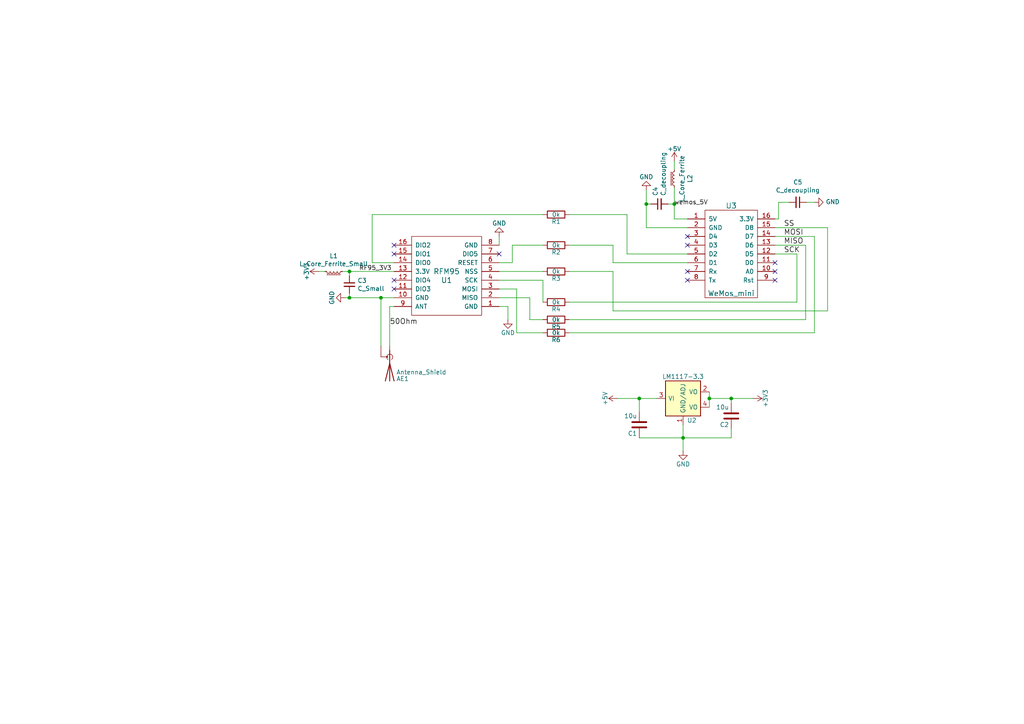
<source format=kicad_sch>
(kicad_sch (version 20230121) (generator eeschema)
  (paper "A4")
  (lib_symbols
    (symbol "lora_nodemcu-rescue:+3.3V-power" (power) (pin_names (offset 0))
      (property "Value" "+3.3V-power" (at 0 3.556 0))
      (symbol "+3.3V-power_0_1"
        (polyline (pts (xy -0.762 1.27) (xy 0 2.54)))
        (polyline (pts (xy 0 0) (xy 0 2.54)))
        (polyline (pts (xy 0 2.54) (xy 0.762 1.27)))
      )
      (symbol "+3.3V-power_1_1"
        (pin power_in line (at 0 0 90) (length 0) hide (name "+3V3") (number "1"))
      )
    )
    (symbol "lora_nodemcu-rescue:Antenna_Shield-device" (pin_numbers hide) (pin_names (offset 1.016) hide)
      (property "Reference" "AE" (at -1.905 4.445 0))
      (property "Value" "device:Antenna_Shield" (at -1.905 2.54 0))
      (symbol "Antenna_Shield-device_0_1"
        (arc (start -0.508 -1.143) (mid -0.8429 -2.1194) (end 0 -2.667))
        (arc (start 0 -2.667) (mid 0.7989 -2.1052) (end 0.508 -1.143))
        (polyline (pts (xy 0 -2.54) (xy 0 0)))
        (polyline (pts (xy 0 5.08) (xy 0 -3.81)) (stroke (width 0.254)))
        (polyline (pts (xy 0.762 -1.905) (xy 2.54 -1.905)))
        (polyline (pts (xy 2.54 -2.54) (xy 2.54 -1.905)))
        (polyline (pts (xy 1.27 5.08) (xy 0 0) (xy -1.27 5.08)) (stroke (width 0.254)))
        (circle (center 0.762 -1.905) (radius 0.1778) (fill (type outline)))
      )
      (symbol "Antenna_Shield-device_1_1"
        (pin input line (at 0 -5.08 90) (length 2.54) (name "A") (number "1"))
        (pin input line (at 2.54 -5.08 90) (length 2.54) (name "Shield") (number "2"))
      )
    )
    (symbol "lora_nodemcu-rescue:C-device" (pin_numbers hide) (pin_names (offset 0.254))
      (property "Reference" "C" (at 0.635 2.54 0))
      (property "Value" "device:C" (at 0.635 -2.54 0))
      (symbol "C-device_0_1"
        (polyline (pts (xy -2.032 -0.762) (xy 2.032 -0.762)) (stroke (width 0.508)))
        (polyline (pts (xy -2.032 0.762) (xy 2.032 0.762)) (stroke (width 0.508)))
      )
      (symbol "C-device_1_1"
        (pin passive line (at 0 3.81 270) (length 2.794) (name "~") (number "1"))
        (pin passive line (at 0 -3.81 90) (length 2.794) (name "~") (number "2"))
      )
    )
    (symbol "lora_nodemcu-rescue:C_Small-device" (pin_numbers hide) (pin_names (offset 0.254) hide)
      (property "Reference" "C" (at 0.254 1.778 0))
      (property "Value" "device:C_Small" (at 0.254 -2.032 0))
      (symbol "C_Small-device_0_1"
        (polyline (pts (xy -1.524 -0.508) (xy 1.524 -0.508)) (stroke (width 0.3302)))
        (polyline (pts (xy -1.524 0.508) (xy 1.524 0.508)) (stroke (width 0.3048)))
      )
      (symbol "C_Small-device_1_1"
        (pin passive line (at 0 2.54 270) (length 2.032) (name "~") (number "1"))
        (pin passive line (at 0 -2.54 90) (length 2.032) (name "~") (number "2"))
      )
    )
    (symbol "lora_nodemcu-rescue:LM1117-3.3-RESCUE-lora_nodemcu" (pin_names (offset 0.762))
      (property "Reference" "U" (at 2.54 -6.35 0))
      (property "Value" "LM1117-3.3-RESCUE-lora_nodemcu" (at 0 6.35 0))
      (symbol "LM1117-3.3-RESCUE-lora_nodemcu_0_1"
        (rectangle (start -5.08 -5.08) (end 5.08 5.08) (stroke (width 0.254)) (fill (type background)))
      )
      (symbol "LM1117-3.3-RESCUE-lora_nodemcu_1_1"
        (pin power_in line (at 0 -7.62 90) (length 2.54) (name "GND/ADJ") (number "1"))
        (pin power_out line (at 7.62 1.905 180) (length 2.54) (name "VO") (number "2"))
        (pin power_in line (at -7.62 0 0) (length 2.54) (name "VI") (number "3"))
        (pin power_out line (at 7.62 -2.54 180) (length 2.54) (name "VO") (number "4"))
      )
    )
    (symbol "lora_nodemcu-rescue:L_Core_Ferrite_Small-device" (pin_numbers hide) (pin_names (offset 0.254) hide)
      (property "Reference" "L" (at 1.27 1.016 0))
      (property "Value" "device:L_Core_Ferrite_Small" (at 1.27 -1.27 0))
      (symbol "L_Core_Ferrite_Small-device_0_1"
        (arc (start 0 -2.032) (mid 0.5058 -1.524) (end 0 -1.016))
        (arc (start 0 -1.016) (mid 0.5058 -0.508) (end 0 0))
        (polyline (pts (xy 0.762 -1.905) (xy 0.762 -1.651)))
        (polyline (pts (xy 0.762 -1.397) (xy 0.762 -1.143)))
        (polyline (pts (xy 0.762 -0.889) (xy 0.762 -0.635)))
        (polyline (pts (xy 0.762 -0.381) (xy 0.762 -0.127)))
        (polyline (pts (xy 0.762 0.127) (xy 0.762 0.381)))
        (polyline (pts (xy 0.762 0.635) (xy 0.762 0.889)))
        (polyline (pts (xy 0.762 1.143) (xy 0.762 1.397)))
        (polyline (pts (xy 0.762 1.651) (xy 0.762 1.905)))
        (polyline (pts (xy 1.016 -1.651) (xy 1.016 -1.905)))
        (polyline (pts (xy 1.016 -1.143) (xy 1.016 -1.397)))
        (polyline (pts (xy 1.016 -0.635) (xy 1.016 -0.889)))
        (polyline (pts (xy 1.016 -0.127) (xy 1.016 -0.381)))
        (polyline (pts (xy 1.016 0.381) (xy 1.016 0.127)))
        (polyline (pts (xy 1.016 0.889) (xy 1.016 0.635)))
        (polyline (pts (xy 1.016 1.397) (xy 1.016 1.143)))
        (polyline (pts (xy 1.016 1.905) (xy 1.016 1.651)))
        (arc (start 0 0) (mid 0.5058 0.508) (end 0 1.016))
        (arc (start 0 1.016) (mid 0.5058 1.524) (end 0 2.032))
      )
      (symbol "L_Core_Ferrite_Small-device_1_1"
        (pin passive line (at 0 2.54 270) (length 0.508) (name "~") (number "1"))
        (pin passive line (at 0 -2.54 90) (length 0.508) (name "~") (number "2"))
      )
    )
    (symbol "lora_nodemcu-rescue:R-device" (pin_numbers hide) (pin_names (offset 0))
      (property "Reference" "R" (at 2.032 0 90))
      (property "Value" "device:R" (at 0 0 90))
      (symbol "R-device_0_1"
        (rectangle (start -1.016 -2.54) (end 1.016 2.54) (stroke (width 0.254)))
      )
      (symbol "R-device_1_1"
        (pin passive line (at 0 3.81 270) (length 1.27) (name "~") (number "1"))
        (pin passive line (at 0 -3.81 90) (length 1.27) (name "~") (number "2"))
      )
    )
    (symbol "lora_nodemcu-rescue:WeMos_mini-RESCUE-lora_nodemcu" (pin_names (offset 1.016))
      (property "Reference" "U" (at 0 12.7 0))
      (property "Value" "WeMos_mini-RESCUE-lora_nodemcu" (at 0 -12.7 0))
      (symbol "WeMos_mini-RESCUE-lora_nodemcu_0_1"
        (rectangle (start -7.62 11.43) (end 7.62 -13.97))
      )
      (symbol "WeMos_mini-RESCUE-lora_nodemcu_1_1"
        (pin power_in line (at -12.7 8.89 0) (length 5.08) (name "5V") (number "1"))
        (pin bidirectional line (at 12.7 -6.35 180) (length 5.08) (name "A0") (number "10"))
        (pin bidirectional line (at 12.7 -3.81 180) (length 5.08) (name "D0") (number "11"))
        (pin bidirectional line (at 12.7 -1.27 180) (length 5.08) (name "D5") (number "12"))
        (pin bidirectional line (at 12.7 1.27 180) (length 5.08) (name "D6") (number "13"))
        (pin bidirectional line (at 12.7 3.81 180) (length 5.08) (name "D7") (number "14"))
        (pin bidirectional line (at 12.7 6.35 180) (length 5.08) (name "D8") (number "15"))
        (pin power_out line (at 12.7 8.89 180) (length 5.08) (name "3.3V") (number "16"))
        (pin power_in line (at -12.7 6.35 0) (length 5.08) (name "GND") (number "2"))
        (pin bidirectional line (at -12.7 3.81 0) (length 5.08) (name "D4") (number "3"))
        (pin bidirectional line (at -12.7 1.27 0) (length 5.08) (name "D3") (number "4"))
        (pin bidirectional line (at -12.7 -1.27 0) (length 5.08) (name "D2") (number "5"))
        (pin bidirectional line (at -12.7 -3.81 0) (length 5.08) (name "D1") (number "6"))
        (pin bidirectional line (at -12.7 -6.35 0) (length 5.08) (name "Rx") (number "7"))
        (pin bidirectional line (at -12.7 -8.89 0) (length 5.08) (name "Tx") (number "8"))
        (pin bidirectional line (at 12.7 -8.89 180) (length 5.08) (name "Rst") (number "9"))
      )
    )
    (symbol "power:+5V" (power) (pin_names (offset 0))
      (property "Value" "+5V" (at 0 3.556 0))
      (symbol "+5V_0_1"
        (polyline (pts (xy -0.762 1.27) (xy 0 2.54)))
        (polyline (pts (xy 0 0) (xy 0 2.54)))
        (polyline (pts (xy 0 2.54) (xy 0.762 1.27)))
      )
      (symbol "+5V_1_1"
        (pin power_in line (at 0 0 90) (length 0) hide (name "+5V") (number "1"))
      )
    )
    (symbol "power:GND" (power) (pin_names (offset 0))
      (property "Value" "GND" (at 0 -3.81 0))
      (symbol "GND_0_1"
        (polyline (pts (xy 0 0) (xy 0 -1.27) (xy 1.27 -1.27) (xy 0 -2.54) (xy -1.27 -1.27) (xy 0 -1.27)))
      )
      (symbol "GND_1_1"
        (pin power_in line (at 0 0 270) (length 0) hide (name "GND") (number "1"))
      )
    )
    (symbol "rfm95:RFM95" (pin_names (offset 1.016))
      (property "Reference" "U" (at 1.27 1.27 0))
      (property "Value" "RFM95" (at 1.27 -1.27 0))
      (symbol "RFM95_0_1"
        (rectangle (start -8.89 11.43) (end 11.43 -11.43))
      )
      (symbol "RFM95_1_1"
        (pin input line (at -13.97 8.89 0) (length 5.08) (name "GND") (number "1"))
        (pin input line (at 16.51 6.35 180) (length 5.08) (name "GND") (number "10"))
        (pin input line (at 16.51 3.81 180) (length 5.08) (name "DIO3") (number "11"))
        (pin input line (at 16.51 1.27 180) (length 5.08) (name "DIO4") (number "12"))
        (pin input line (at 16.51 -1.27 180) (length 5.08) (name "3.3V") (number "13"))
        (pin input line (at 16.51 -3.81 180) (length 5.08) (name "DIO0") (number "14"))
        (pin input line (at 16.51 -6.35 180) (length 5.08) (name "DIO1") (number "15"))
        (pin input line (at 16.51 -8.89 180) (length 5.08) (name "DIO2") (number "16"))
        (pin input line (at -13.97 6.35 0) (length 5.08) (name "MISO") (number "2"))
        (pin input line (at -13.97 3.81 0) (length 5.08) (name "MOSI") (number "3"))
        (pin input line (at -13.97 1.27 0) (length 5.08) (name "SCK") (number "4"))
        (pin input line (at -13.97 -1.27 0) (length 5.08) (name "NSS") (number "5"))
        (pin input line (at -13.97 -3.81 0) (length 5.08) (name "RESET") (number "6"))
        (pin input line (at -13.97 -6.35 0) (length 5.08) (name "DIO5") (number "7"))
        (pin input line (at -13.97 -8.89 0) (length 5.08) (name "GND") (number "8"))
        (pin input line (at 16.51 8.89 180) (length 5.08) (name "ANT") (number "9"))
      )
    )
  )
  (junction (at 205.74 115.57))
  (junction (at 212.09 115.57))
  (junction (at 195.58 59.182))
  (junction (at 101.346 78.74))
  (junction (at 187.452 59.182))
  (junction (at 110.49 86.36))
  (junction (at 198.12 127))
  (junction (at 101.346 86.36))
  (junction (at 185.42 115.57))
  (no_connect (at 114.3 83.82))
  (no_connect (at 199.39 71.12))
  (no_connect (at 199.39 78.74))
  (no_connect (at 114.3 71.12))
  (no_connect (at 114.3 73.66))
  (no_connect (at 144.78 73.66))
  (no_connect (at 199.39 68.58))
  (no_connect (at 224.79 78.74))
  (no_connect (at 224.79 76.2))
  (no_connect (at 199.39 81.28))
  (no_connect (at 224.79 81.28))
  (no_connect (at 114.3 81.28))
  (wire (pts (xy 177.8 90.17) (xy 240.03 90.17)))
  (wire (pts (xy 110.49 86.36) (xy 114.3 86.36)))
  (wire (pts (xy 144.78 81.28) (xy 157.48 81.28)))
  (wire (pts (xy 225.806 58.674) (xy 228.854 58.674)))
  (wire (pts (xy 113.03 88.9) (xy 113.03 100.33)))
  (wire (pts (xy 205.74 115.57) (xy 212.09 115.57)))
  (wire (pts (xy 212.09 115.57) (xy 212.09 116.84)))
  (wire (pts (xy 198.12 123.19) (xy 198.12 127)))
  (wire (pts (xy 205.74 113.665) (xy 205.74 115.57)))
  (wire (pts (xy 149.86 83.82) (xy 149.86 96.52)))
  (wire (pts (xy 153.67 86.36) (xy 153.67 92.71)))
  (wire (pts (xy 94.234 78.74) (xy 92.456 78.74)))
  (wire (pts (xy 236.22 58.674) (xy 233.934 58.674)))
  (wire (pts (xy 187.452 59.182) (xy 187.452 55.118)))
  (wire (pts (xy 195.58 63.5) (xy 199.39 63.5)))
  (wire (pts (xy 199.39 76.2) (xy 177.8 76.2)))
  (wire (pts (xy 110.49 100.33) (xy 110.49 86.36)))
  (wire (pts (xy 225.806 63.5) (xy 225.806 58.674)))
  (wire (pts (xy 177.8 71.12) (xy 165.1 71.12)))
  (wire (pts (xy 147.32 88.9) (xy 147.32 92.71)))
  (wire (pts (xy 198.12 127) (xy 198.12 130.81)))
  (wire (pts (xy 101.346 86.36) (xy 110.49 86.36)))
  (wire (pts (xy 224.79 71.12) (xy 233.68 71.12)))
  (wire (pts (xy 181.864 73.66) (xy 199.39 73.66)))
  (wire (pts (xy 224.79 73.66) (xy 231.14 73.66)))
  (wire (pts (xy 195.58 59.182) (xy 195.58 63.5)))
  (wire (pts (xy 177.8 90.17) (xy 177.8 78.74)))
  (wire (pts (xy 157.48 62.23) (xy 107.95 62.23)))
  (wire (pts (xy 144.78 71.12) (xy 144.78 68.58)))
  (wire (pts (xy 231.14 87.63) (xy 165.1 87.63)))
  (wire (pts (xy 144.78 86.36) (xy 153.67 86.36)))
  (wire (pts (xy 153.67 92.71) (xy 157.48 92.71)))
  (wire (pts (xy 195.58 54.356) (xy 195.58 59.182)))
  (wire (pts (xy 114.3 76.2) (xy 107.95 76.2)))
  (wire (pts (xy 157.48 81.28) (xy 157.48 87.63)))
  (wire (pts (xy 101.346 78.74) (xy 114.3 78.74)))
  (wire (pts (xy 195.58 46.736) (xy 195.58 49.276)))
  (wire (pts (xy 181.864 62.23) (xy 165.1 62.23)))
  (wire (pts (xy 148.59 76.2) (xy 144.78 76.2)))
  (wire (pts (xy 144.78 88.9) (xy 147.32 88.9)))
  (wire (pts (xy 101.346 85.09) (xy 101.346 86.36)))
  (wire (pts (xy 101.346 80.01) (xy 101.346 78.74)))
  (wire (pts (xy 149.86 83.82) (xy 144.78 83.82)))
  (wire (pts (xy 114.3 88.9) (xy 113.03 88.9)))
  (wire (pts (xy 185.42 115.57) (xy 190.5 115.57)))
  (wire (pts (xy 224.79 63.5) (xy 225.806 63.5)))
  (wire (pts (xy 100.076 86.36) (xy 101.346 86.36)))
  (wire (pts (xy 233.68 71.12) (xy 233.68 92.71)))
  (wire (pts (xy 240.03 90.17) (xy 240.03 66.04)))
  (wire (pts (xy 205.74 115.57) (xy 205.74 118.11)))
  (wire (pts (xy 181.864 62.23) (xy 181.864 73.66)))
  (wire (pts (xy 179.07 115.57) (xy 185.42 115.57)))
  (wire (pts (xy 187.452 66.04) (xy 187.452 59.182)))
  (wire (pts (xy 224.79 66.04) (xy 240.03 66.04)))
  (wire (pts (xy 188.722 59.182) (xy 187.452 59.182)))
  (wire (pts (xy 144.78 78.74) (xy 157.48 78.74)))
  (wire (pts (xy 148.59 71.12) (xy 148.59 76.2)))
  (wire (pts (xy 149.86 96.52) (xy 157.48 96.52)))
  (wire (pts (xy 185.42 119.38) (xy 185.42 115.57)))
  (wire (pts (xy 195.58 59.182) (xy 193.802 59.182)))
  (wire (pts (xy 187.452 66.04) (xy 199.39 66.04)))
  (wire (pts (xy 198.12 127) (xy 212.09 127)))
  (wire (pts (xy 233.68 92.71) (xy 165.1 92.71)))
  (wire (pts (xy 236.22 68.58) (xy 236.22 96.52)))
  (wire (pts (xy 236.22 96.52) (xy 165.1 96.52)))
  (wire (pts (xy 107.95 62.23) (xy 107.95 76.2)))
  (wire (pts (xy 177.8 76.2) (xy 177.8 71.12)))
  (wire (pts (xy 185.42 127) (xy 198.12 127)))
  (wire (pts (xy 231.14 73.66) (xy 231.14 87.63)))
  (wire (pts (xy 212.09 127) (xy 212.09 124.46)))
  (wire (pts (xy 224.79 68.58) (xy 236.22 68.58)))
  (wire (pts (xy 99.314 78.74) (xy 101.346 78.74)))
  (wire (pts (xy 212.09 115.57) (xy 218.44 115.57)))
  (wire (pts (xy 177.8 78.74) (xy 165.1 78.74)))
  (wire (pts (xy 157.48 71.12) (xy 148.59 71.12)))
  (label "SCK" (at 227.33 73.66 0) (effects (font (size 1.524 1.524))))
  (label "RF95_3V3" (at 104.14 78.74 0))
  (label "MISO" (at 227.33 71.12 0) (effects (font (size 1.524 1.524))))
  (label "SS" (at 227.33 66.04 0) (effects (font (size 1.524 1.524))))
  (label "50Ohm" (at 113.03 94.488 0) (effects (font (size 1.524 1.524))))
  (label "MOSI" (at 227.33 68.58 0) (effects (font (size 1.524 1.524))))
  (label "wemos_5V" (at 195.58 59.69 0))
  (symbol (lib_id "rfm95:RFM95") (at 130.81 80.01 180) (unit 1)
    (property "Reference" "U1" (at 129.54 81.28 0) (effects (font (size 1.524 1.524))))
    (property "Value" "RFM95" (at 129.54 78.74 0) (effects (font (size 1.524 1.524))))
    (property "Footprint" "DisasterRadio:RFM95" (effects hide))
  )
  (symbol (lib_id "lora_nodemcu-rescue:Antenna_Shield-device") (at 113.03 105.41 180) (unit 1)
    (property "Reference" "AE1" (at 114.935 109.855 0) (effects (justify right)))
    (property "Value" "Antenna_Shield" (at 114.935 107.95 0) (effects (justify right)))
    (property "Footprint" "Connectors_Molex:Molex_SMA_Jack_Edge_Mount" (effects hide))
  )
  (symbol (lib_id "power:GND") (at 147.32 92.71 0) (unit 1)
    (property "Reference" "#PWR01" (effects hide))
    (property "Value" "GND" (at 147.32 96.52 0))
  )
  (symbol (lib_id "power:GND") (at 144.78 68.58 180) (unit 1)
    (property "Reference" "#PWR02" (effects hide))
    (property "Value" "GND" (at 144.78 64.77 0))
  )
  (symbol (lib_id "lora_nodemcu-rescue:+3.3V-power") (at 92.456 78.74 90) (unit 1)
    (property "Reference" "#PWR03" (effects hide))
    (property "Value" "+3.3V" (at 88.9 78.74 0))
  )
  (symbol (lib_id "lora_nodemcu-rescue:R-device") (at 161.29 78.74 270) (unit 1)
    (property "Reference" "R3" (at 161.29 80.772 90))
    (property "Value" "0k" (at 161.29 78.74 90))
    (property "Footprint" "Resistors_SMD:R_0805_HandSoldering" (effects hide))
  )
  (symbol (lib_id "lora_nodemcu-rescue:R-device") (at 161.29 92.71 270) (unit 1)
    (property "Reference" "R5" (at 161.29 94.742 90))
    (property "Value" "0k" (at 161.29 92.71 90))
    (property "Footprint" "Resistors_SMD:R_0805_HandSoldering" (effects hide))
  )
  (symbol (lib_id "lora_nodemcu-rescue:R-device") (at 161.29 96.52 270) (unit 1)
    (property "Reference" "R6" (at 161.29 98.552 90))
    (property "Value" "0k" (at 161.29 96.52 90))
    (property "Footprint" "Resistors_SMD:R_0805_HandSoldering" (effects hide))
  )
  (symbol (lib_id "lora_nodemcu-rescue:R-device") (at 161.29 87.63 270) (unit 1)
    (property "Reference" "R4" (at 161.29 89.662 90))
    (property "Value" "0k" (at 161.29 87.63 90))
    (property "Footprint" "Resistors_SMD:R_0805_HandSoldering" (effects hide))
  )
  (symbol (lib_id "lora_nodemcu-rescue:R-device") (at 161.29 71.12 270) (unit 1)
    (property "Reference" "R2" (at 161.29 73.152 90))
    (property "Value" "0k" (at 161.29 71.12 90))
    (property "Footprint" "Resistors_SMD:R_0805_HandSoldering" (effects hide))
  )
  (symbol (lib_id "lora_nodemcu-rescue:R-device") (at 161.29 62.23 270) (unit 1)
    (property "Reference" "R1" (at 161.29 64.262 90))
    (property "Value" "0k" (at 161.29 62.23 90))
    (property "Footprint" "Resistors_SMD:R_0805_HandSoldering" (effects hide))
  )
  (symbol (lib_id "power:GND") (at 198.12 130.81 0) (unit 1)
    (property "Reference" "#PWR04" (effects hide))
    (property "Value" "GND" (at 198.12 134.62 0))
  )
  (symbol (lib_id "lora_nodemcu-rescue:+3.3V-power") (at 218.44 115.57 270) (unit 1)
    (property "Reference" "#PWR05" (effects hide))
    (property "Value" "+3.3V" (at 221.996 115.57 0))
  )
  (symbol (lib_id "power:+5V") (at 179.07 115.57 90) (unit 1)
    (property "Reference" "#PWR06" (effects hide))
    (property "Value" "+5V" (at 175.514 115.57 0))
  )
  (symbol (lib_id "lora_nodemcu-rescue:WeMos_mini-RESCUE-lora_nodemcu") (at 212.09 72.39 0) (unit 1)
    (property "Reference" "U3" (at 212.09 59.69 0) (effects (font (size 1.524 1.524))))
    (property "Value" "WeMos_mini" (at 212.09 85.09 0) (effects (font (size 1.524 1.524))))
    (property "Footprint" "DisasterRadio:D1_mini_board" (effects hide))
  )
  (symbol (lib_id "power:+5V") (at 195.58 46.736 0) (unit 1)
    (property "Reference" "#PWR07" (effects hide))
    (property "Value" "+5V" (at 195.58 43.18 0))
  )
  (symbol (lib_id "power:GND") (at 187.452 55.118 180) (unit 1)
    (property "Reference" "#PWR08" (effects hide))
    (property "Value" "GND" (at 187.452 51.308 0))
  )
  (symbol (lib_id "lora_nodemcu-rescue:LM1117-3.3-RESCUE-lora_nodemcu") (at 198.12 115.57 0) (unit 1)
    (property "Reference" "U2" (at 200.66 121.92 0))
    (property "Value" "LM1117-3.3" (at 198.12 109.22 0))
    (property "Footprint" "TO_SOT_Packages_SMD:SOT-223" (effects hide))
  )
  (symbol (lib_id "lora_nodemcu-rescue:C-device") (at 212.09 120.65 180) (unit 1)
    (property "Reference" "C2" (at 211.455 123.19 0) (effects (justify left)))
    (property "Value" "10u" (at 211.455 118.11 0) (effects (justify left)))
    (property "Footprint" "Capacitors_SMD:C_0805_HandSoldering" (effects hide))
  )
  (symbol (lib_id "lora_nodemcu-rescue:C-device") (at 185.42 123.19 180) (unit 1)
    (property "Reference" "C1" (at 184.785 125.73 0) (effects (justify left)))
    (property "Value" "10u" (at 184.785 120.65 0) (effects (justify left)))
    (property "Footprint" "Capacitors_SMD:C_0805_HandSoldering" (effects hide))
  )
  (symbol (lib_id "power:GND") (at 100.076 86.36 270) (unit 1)
    (property "Reference" "#PWR09" (effects hide))
    (property "Value" "GND" (at 96.266 86.36 0))
  )
  (symbol (lib_id "lora_nodemcu-rescue:C_Small-device") (at 191.262 59.182 90) (unit 1)
    (property "Reference" "C4" (at 190.0936 56.8452 0) (effects (justify left)))
    (property "Value" "C_decoupling" (at 192.405 56.8452 0) (effects (justify left)))
    (property "Footprint" "Capacitors_SMD:C_0805_HandSoldering" (effects hide))
  )
  (symbol (lib_id "lora_nodemcu-rescue:L_Core_Ferrite_Small-device") (at 195.58 51.816 180) (unit 1)
    (property "Reference" "L2" (at 200.1012 51.816 90))
    (property "Value" "L_Core_Ferrite" (at 197.7898 51.816 90))
    (property "Footprint" "Inductors_SMD:L_0805_HandSoldering" (effects hide))
  )
  (symbol (lib_id "lora_nodemcu-rescue:C_Small-device") (at 101.346 82.55 0) (unit 1)
    (property "Reference" "C3" (at 103.6828 81.3816 0) (effects (justify left)))
    (property "Value" "C_Small" (at 103.6828 83.693 0) (effects (justify left)))
    (property "Footprint" "Capacitors_SMD:C_0805_HandSoldering" (effects hide))
  )
  (symbol (lib_id "lora_nodemcu-rescue:L_Core_Ferrite_Small-device") (at 96.774 78.74 270) (unit 1)
    (property "Reference" "L1" (at 96.774 74.2188 90))
    (property "Value" "L_Core_Ferrite_Small" (at 96.774 76.5302 90))
    (property "Footprint" "Inductors_SMD:L_0805_HandSoldering" (effects hide))
  )
  (symbol (lib_id "lora_nodemcu-rescue:C_Small-device") (at 231.394 58.674 270) (unit 1)
    (property "Reference" "C5" (at 231.394 52.8574 90))
    (property "Value" "C_decoupling" (at 231.394 55.1688 90))
    (property "Footprint" "Capacitors_SMD:C_0805_HandSoldering" (effects hide))
  )
  (symbol (lib_id "power:GND") (at 236.22 58.674 90) (unit 1)
    (property "Reference" "#PWR010" (effects hide))
    (property "Value" "GND" (at 239.4712 58.547 90) (effects (justify right)))
  )
)
</source>
